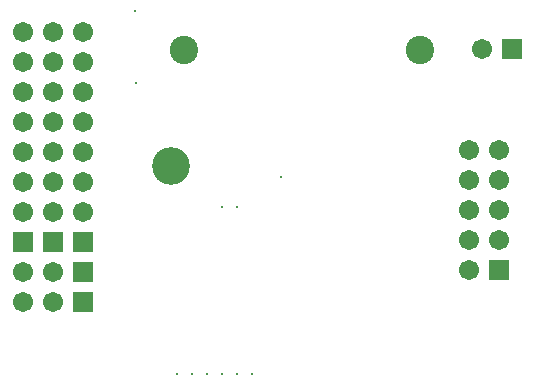
<source format=gbs>
G04*
G04 #@! TF.GenerationSoftware,Altium Limited,Altium Designer,21.6.1 (37)*
G04*
G04 Layer_Color=16711935*
%FSLAX24Y24*%
%MOIN*%
G70*
G04*
G04 #@! TF.SameCoordinates,F7370176-FC0D-4E3A-AC5E-E6B851427DC4*
G04*
G04*
G04 #@! TF.FilePolarity,Negative*
G04*
G01*
G75*
%ADD22C,0.0671*%
%ADD23R,0.0671X0.0671*%
%ADD24C,0.0946*%
%ADD25R,0.0671X0.0671*%
%ADD26C,0.1261*%
%ADD27C,0.0126*%
D22*
X15551Y9008D02*
D03*
X16551D02*
D03*
X15551Y8008D02*
D03*
X16551D02*
D03*
X15551Y7008D02*
D03*
X16551D02*
D03*
X15551Y6008D02*
D03*
X16551D02*
D03*
X15551Y5008D02*
D03*
X1693Y12937D02*
D03*
Y11937D02*
D03*
Y10937D02*
D03*
Y9937D02*
D03*
Y8937D02*
D03*
Y7937D02*
D03*
Y6937D02*
D03*
X2693Y12937D02*
D03*
Y11937D02*
D03*
Y10937D02*
D03*
Y9937D02*
D03*
Y8937D02*
D03*
Y7937D02*
D03*
Y6937D02*
D03*
X693Y12937D02*
D03*
Y11937D02*
D03*
Y10937D02*
D03*
Y9937D02*
D03*
Y8937D02*
D03*
Y7937D02*
D03*
Y6937D02*
D03*
X1693Y4937D02*
D03*
X693D02*
D03*
X1693Y3937D02*
D03*
X693D02*
D03*
X15984Y12362D02*
D03*
D23*
X16551Y5008D02*
D03*
X1693Y5937D02*
D03*
X2693D02*
D03*
X693D02*
D03*
D24*
X13937Y12323D02*
D03*
X6063D02*
D03*
D25*
X2693Y4937D02*
D03*
Y3937D02*
D03*
X16984Y12362D02*
D03*
D26*
X5630Y8465D02*
D03*
D27*
X4449Y13622D02*
D03*
X4453Y11217D02*
D03*
X9291Y8110D02*
D03*
X7319Y7087D02*
D03*
X7819D02*
D03*
X8319Y1535D02*
D03*
X7819D02*
D03*
X7319D02*
D03*
X6819D02*
D03*
X6319D02*
D03*
X5819D02*
D03*
M02*

</source>
